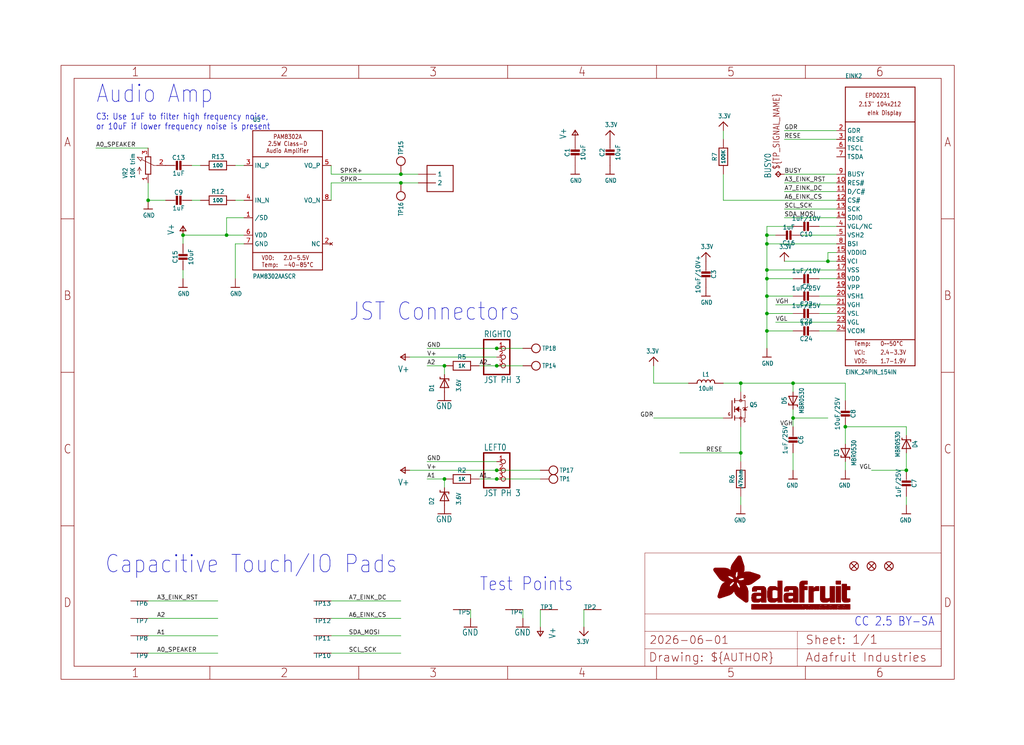
<source format=kicad_sch>
(kicad_sch (version 20230121) (generator eeschema)
  (paper "User" 298.45 217.322)
  (lib_symbols
    (symbol "working-eagle-import:3.3V" (power)
      (property "Value" "3.3V" (at -1.524 1.016 0))
      (symbol "3.3V_1_0"
        (pin power_in line (at 0 -2.54 90) (length 2.54) (name "3.3V") (number "1"))
      )
    )
    (symbol "working-eagle-import:AUDIOAMP_PAM8302A"
      (property "Reference" "U" (at -10.16 22.86 0))
      (symbol "AUDIOAMP_PAM8302A_1_0"
        (text "2.0-5.5V\n-40-85°C" (at -1.27 -17.78 0) (effects (font (size 1.27 1.0795)) (justify left)))
        (text "PAM8302A\n2.5W Class-D\nAudio Amplifier" (at 0 16.51 0) (effects (font (size 1.27 1.0795))))
        (text "VDD:\nTemp:" (at -7.62 -17.78 0) (effects (font (size 1.27 1.0795)) (justify left)))
        (pin input line (at -12.7 -5.08 0) (length 2.54) (name "/SD") (number "1"))
        (pin no_connect line (at 12.7 -12.7 180) (length 2.54) (name "NC") (number "2"))
        (pin input line (at -12.7 10.16 0) (length 2.54) (name "IN_P") (number "3"))
        (pin input line (at -12.7 0 0) (length 2.54) (name "IN_N") (number "4"))
        (pin output line (at 12.7 10.16 180) (length 2.54) (name "VO_P") (number "5"))
        (pin power_in line (at -12.7 -10.16 0) (length 2.54) (name "VDD") (number "6"))
        (pin power_in line (at -12.7 -12.7 0) (length 2.54) (name "GND") (number "7"))
        (pin output line (at 12.7 0 180) (length 2.54) (name "VO_N") (number "8"))
      )
    )
    (symbol "working-eagle-import:CAP_CERAMIC0805-NOOUTLINE"
      (property "Reference" "C" (at -2.29 1.25 90))
      (symbol "CAP_CERAMIC0805-NOOUTLINE_1_0"
        (pin passive line (at 0 5.08 270) (length 2.54) (name "1") (number "1"))
        (pin passive line (at 0 -2.54 90) (length 2.54) (name "2") (number "2"))
      )
    )
    (symbol "working-eagle-import:CON_JST_PH_3PIN"
      (property "Reference" "X" (at -6.35 5.715 0))
      (symbol "CON_JST_PH_3PIN_1_0"
        (pin passive inverted (at -2.54 2.54 0) (length 2.54) (name "1") (number "1"))
        (pin passive inverted (at -2.54 0 0) (length 2.54) (name "2") (number "2"))
        (pin passive inverted (at -2.54 -2.54 0) (length 2.54) (name "3") (number "3"))
      )
    )
    (symbol "working-eagle-import:CON_MOLEX_2P"
      (symbol "CON_MOLEX_2P_1_0"
        (pin passive line (at -5.08 2.54 0) (length 5.08) (name "1") (number "1"))
        (pin passive line (at -5.08 0 0) (length 5.08) (name "2") (number "2"))
      )
      (symbol "CON_MOLEX_2P_2_0"
        (pin bidirectional line (at 0 0 0) (length 5.08) (name "MT") (number "M1"))
      )
      (symbol "CON_MOLEX_2P_3_0"
        (pin bidirectional line (at 0 0 0) (length 5.08) (name "MT") (number "M2"))
      )
    )
    (symbol "working-eagle-import:DIODE-SCHOTTKYSOD-123"
      (property "Reference" "D" (at 0 2.54 0))
      (symbol "DIODE-SCHOTTKYSOD-123_1_0"
        (pin passive line (at -2.54 0 0) (length 2.54) (name "A") (number "A"))
        (pin passive line (at 2.54 0 180) (length 2.54) (name "C") (number "C"))
      )
    )
    (symbol "working-eagle-import:DIODE-ZENERSOD323"
      (property "Reference" "D" (at -2.54 3.0226 0))
      (symbol "DIODE-ZENERSOD323_1_0"
        (pin passive line (at -2.54 0 0) (length 2.54) (name "A") (number "A"))
        (pin passive line (at 2.54 0 180) (length 2.54) (name "C") (number "C"))
      )
    )
    (symbol "working-eagle-import:EINK_24PIN_154IN"
      (property "Reference" "EINK" (at -10.16 43.18 0))
      (symbol "EINK_24PIN_154IN_1_0"
        (text "0~~50°C" (at 0 -34.925 0) (effects (font (size 1.27 1.0795)) (justify left bottom)))
        (text "1.7-1.9V" (at 0 -40.005 0) (effects (font (size 1.27 1.0795)) (justify left bottom)))
        (text "2.13\" 104x212" (at -6.35 34.925 0) (effects (font (size 1.27 1.0795)) (justify left bottom)))
        (text "2.4-3.3V" (at 0 -37.465 0) (effects (font (size 1.27 1.0795)) (justify left bottom)))
        (text "eInk Display" (at -3.81 32.385 0) (effects (font (size 1.27 1.0795)) (justify left bottom)))
        (text "EPD0231" (at -4.445 37.465 0) (effects (font (size 1.27 1.0795)) (justify left bottom)))
        (text "Temp:" (at -7.62 -34.925 0) (effects (font (size 1.27 1.0795)) (justify left bottom)))
        (text "VCI:" (at -7.62 -37.465 0) (effects (font (size 1.27 1.0795)) (justify left bottom)))
        (text "VDD:" (at -7.62 -40.005 0) (effects (font (size 1.27 1.0795)) (justify left bottom)))
        (pin input line (at -12.7 12.7 0) (length 2.54) (name "RES#") (number "10"))
        (pin input line (at -12.7 10.16 0) (length 2.54) (name "D/C#") (number "11"))
        (pin input line (at -12.7 7.62 0) (length 2.54) (name "CS#") (number "12"))
        (pin bidirectional line (at -12.7 5.08 0) (length 2.54) (name "SCK") (number "13"))
        (pin bidirectional line (at -12.7 2.54 0) (length 2.54) (name "SDIO") (number "14"))
        (pin power_in line (at -12.7 -7.62 0) (length 2.54) (name "VDDIO") (number "15"))
        (pin power_in line (at -12.7 -10.16 0) (length 2.54) (name "VCI") (number "16"))
        (pin power_in line (at -12.7 -12.7 0) (length 2.54) (name "VSS") (number "17"))
        (pin passive line (at -12.7 -15.24 0) (length 2.54) (name "VDD") (number "18"))
        (pin passive line (at -12.7 -17.78 0) (length 2.54) (name "VPP") (number "19"))
        (pin output line (at -12.7 27.94 0) (length 2.54) (name "GDR") (number "2"))
        (pin passive line (at -12.7 -20.32 0) (length 2.54) (name "VSH1") (number "20"))
        (pin passive line (at -12.7 -22.86 0) (length 2.54) (name "VGH") (number "21"))
        (pin passive line (at -12.7 -25.4 0) (length 2.54) (name "VSL") (number "22"))
        (pin passive line (at -12.7 -27.94 0) (length 2.54) (name "VGL") (number "23"))
        (pin passive line (at -12.7 -30.48 0) (length 2.54) (name "VCOM") (number "24"))
        (pin input line (at -12.7 25.4 0) (length 2.54) (name "RESE") (number "3"))
        (pin bidirectional line (at -12.7 0 0) (length 2.54) (name "VGL/NC") (number "4"))
        (pin passive line (at -12.7 -2.54 0) (length 2.54) (name "VSH2") (number "5"))
        (pin output line (at -12.7 22.86 0) (length 2.54) (name "TSCL") (number "6"))
        (pin bidirectional line (at -12.7 20.32 0) (length 2.54) (name "TSDA") (number "7"))
        (pin input line (at -12.7 -5.08 0) (length 2.54) (name "BSI") (number "8"))
        (pin output line (at -12.7 15.24 0) (length 2.54) (name "BUSY") (number "9"))
      )
    )
    (symbol "working-eagle-import:FIDUCIAL_1MM")
    (symbol "working-eagle-import:FRAME_A4_ADAFRUIT"
      (symbol "FRAME_A4_ADAFRUIT_1_0"
        (text "${#}/${##}" (at 230.505 10.16 0) (effects (font (size 2.54 2.54)) (justify left bottom)))
        (text "${AUTHOR}" (at 189.23 5.08 0) (effects (font (size 2.286 2.286)) (justify left bottom)))
        (text "${CURRENT_DATE}" (at 171.45 10.16 0) (effects (font (size 2.286 2.286)) (justify left bottom)))
        (text "${PROJECTNAME}" (at 171.45 15.24 0) (effects (font (size 2.54 2.54)) (justify left bottom)))
        (text "1" (at 21.6958 1.905 0) (effects (font (size 2.54 2.286))))
        (text "1" (at 21.6958 177.165 0) (effects (font (size 2.54 2.286))))
        (text "2" (at 65.0875 1.905 0) (effects (font (size 2.54 2.286))))
        (text "2" (at 65.0875 177.165 0) (effects (font (size 2.54 2.286))))
        (text "3" (at 108.4792 1.905 0) (effects (font (size 2.54 2.286))))
        (text "3" (at 108.4792 177.165 0) (effects (font (size 2.54 2.286))))
        (text "4" (at 151.8708 1.905 0) (effects (font (size 2.54 2.286))))
        (text "4" (at 151.8708 177.165 0) (effects (font (size 2.54 2.286))))
        (text "5" (at 195.2625 1.905 0) (effects (font (size 2.54 2.286))))
        (text "5" (at 195.2625 177.165 0) (effects (font (size 2.54 2.286))))
        (text "6" (at 238.6542 1.905 0) (effects (font (size 2.54 2.286))))
        (text "6" (at 238.6542 177.165 0) (effects (font (size 2.54 2.286))))
        (text "A" (at 1.905 156.6863 0) (effects (font (size 2.54 2.286))))
        (text "A" (at 258.445 156.6863 0) (effects (font (size 2.54 2.286))))
        (text "Adafruit Industries" (at 216.916 4.953 0) (effects (font (size 2.54 2.54)) (justify left bottom)))
        (text "B" (at 1.905 111.9188 0) (effects (font (size 2.54 2.286))))
        (text "B" (at 258.445 111.9188 0) (effects (font (size 2.54 2.286))))
        (text "C" (at 1.905 67.1513 0) (effects (font (size 2.54 2.286))))
        (text "C" (at 258.445 67.1513 0) (effects (font (size 2.54 2.286))))
        (text "D" (at 1.905 22.3838 0) (effects (font (size 2.54 2.286))))
        (text "D" (at 258.445 22.3838 0) (effects (font (size 2.54 2.286))))
        (text "Drawing:" (at 171.196 4.953 0) (effects (font (size 2.54 2.54)) (justify left bottom)))
        (text "Sheet:" (at 216.916 10.033 0) (effects (font (size 2.54 2.54)) (justify left bottom)))
      )
    )
    (symbol "working-eagle-import:GND" (power)
      (property "Value" "GND" (at -2.54 -2.54 0))
      (symbol "GND_1_0"
        (pin power_in line (at 0 2.54 270) (length 2.54) (name "GND") (number "1"))
      )
    )
    (symbol "working-eagle-import:INDUCTORNR401"
      (property "Reference" "L" (at 0 2.54 0))
      (symbol "INDUCTORNR401_1_0"
        (pin passive line (at -5.08 0 0) (length 2.54) (name "1") (number "P$1"))
        (pin passive line (at 5.08 0 180) (length 2.54) (name "2") (number "P$2"))
      )
    )
    (symbol "working-eagle-import:IRLML2060TRPBF"
      (property "Reference" "Q" (at 5.08 0.635 0))
      (symbol "IRLML2060TRPBF_1_0"
        (text "D" (at 3.175 3.175 0) (effects (font (size 0.8128 0.6908)) (justify left bottom)))
        (text "G" (at -1.27 -1.905 0) (effects (font (size 0.8128 0.6908)) (justify left bottom)))
        (text "S" (at 3.175 -3.81 0) (effects (font (size 0.8128 0.6908)) (justify left bottom)))
        (pin bidirectional line (at -2.54 -2.54 0) (length 2.54) (name "G") (number "1"))
        (pin bidirectional line (at 2.54 -5.08 90) (length 2.54) (name "S") (number "2"))
        (pin bidirectional line (at 2.54 5.08 270) (length 2.54) (name "D") (number "3"))
      )
    )
    (symbol "working-eagle-import:RESISTOR0805_10MGAP"
      (property "Reference" "R" (at 0 2.54 0))
      (symbol "RESISTOR0805_10MGAP_1_0"
        (pin passive line (at -5.08 0 0) (length 2.54) (name "1") (number "1"))
        (pin passive line (at 5.08 0 180) (length 2.54) (name "2") (number "2"))
      )
    )
    (symbol "working-eagle-import:RESISTOR_0603_NOOUT"
      (property "Reference" "R" (at 0 2.54 0))
      (symbol "RESISTOR_0603_NOOUT_1_0"
        (pin passive line (at -5.08 0 0) (length 2.54) (name "1") (number "1"))
        (pin passive line (at 5.08 0 180) (length 2.54) (name "2") (number "2"))
      )
    )
    (symbol "working-eagle-import:SEWTAP_SMTNUTM3"
      (property "Reference" "TP" (at 0 0 0))
      (symbol "SEWTAP_SMTNUTM3_1_0"
        (pin bidirectional line (at 0 0 0) (length 5.08) (name "SEW") (number "P$1"))
      )
    )
    (symbol "working-eagle-import:TESTPOINTROUND1.5MMNO"
      (property "Reference" "TP" (at 0 5.588 90))
      (symbol "TESTPOINTROUND1.5MMNO_1_0"
        (pin bidirectional line (at 0 0 90) (length 2.54) (name "P$1") (number "P$1"))
      )
    )
    (symbol "working-eagle-import:TPTP15SQ"
      (property "Reference" "TP" (at -1.27 1.27 0))
      (symbol "TPTP15SQ_1_0"
        (text "${TP_SIGNAL_NAME}" (at 1.27 -1.27 0) (effects (font (size 1.778 1.5113)) (justify left bottom)))
        (pin input line (at 0 -2.54 90) (length 2.54) (name "TP") (number "TP"))
      )
    )
    (symbol "working-eagle-import:TRIMPOT3303W/X"
      (property "Reference" "VR" (at -5.969 -3.81 90))
      (symbol "TRIMPOT3303W/X_1_0"
        (pin passive line (at 0 -5.08 90) (length 2.54) (name "A") (number "1"))
        (pin passive line (at 5.08 0 180) (length 2.54) (name "S") (number "2"))
        (pin passive line (at 0 5.08 270) (length 2.54) (name "E") (number "3"))
      )
    )
    (symbol "working-eagle-import:V+" (power)
      (property "Value" "V+" (at -2.54 -2.54 90))
      (symbol "V+_1_0"
        (pin power_in line (at 0 -2.54 90) (length 2.54) (name "V+") (number "1"))
      )
    )
    (symbol "working-eagle-import:microbuilder_GND" (power)
      (property "Value" "microbuilder_GND" (at -1.524 -2.54 0))
      (symbol "microbuilder_GND_1_0"
        (pin power_in line (at 0 2.54 270) (length 2.54) (name "GND") (number "1"))
      )
    )
  )
  (junction (at 223.52 86.36))
  (junction (at 223.52 96.52))
  (junction (at 116.84 50.8))
  (junction (at 223.52 91.44))
  (junction (at 215.9 111.76))
  (junction (at 53.34 68.58))
  (junction (at 43.18 58.42))
  (junction (at 231.14 111.76))
  (junction (at 223.52 78.74))
  (junction (at 223.52 71.12))
  (junction (at 215.9 132.08))
  (junction (at 144.78 101.6))
  (junction (at 231.14 121.92))
  (junction (at 246.38 124.46))
  (junction (at 116.84 53.34))
  (junction (at 144.78 106.68))
  (junction (at 241.3 76.2))
  (junction (at 264.16 137.16))
  (junction (at 129.54 106.68))
  (junction (at 144.78 137.16))
  (junction (at 223.52 68.58))
  (junction (at 144.78 139.7))
  (junction (at 223.52 81.28))
  (junction (at 66.04 68.58))
  (junction (at 129.54 139.7))
  (wire (pts (xy 228.6 60.96) (xy 243.84 60.96)) (stroke (width 0.1524)))
  (wire (pts (xy 231.14 96.52) (xy 223.52 96.52)) (stroke (width 0.1524)))
  (wire (pts (xy 241.3 76.2) (xy 243.84 76.2)) (stroke (width 0.1524)))
  (wire (pts (xy 190.5 121.92) (xy 210.82 121.92)) (stroke (width 0.1524)))
  (wire (pts (xy 121.92 53.34) (xy 116.84 53.34)) (stroke (width 0.1524)))
  (wire (pts (xy 71.12 58.42) (xy 68.58 58.42)) (stroke (width 0.1524)))
  (wire (pts (xy 246.38 129.54) (xy 246.38 124.46)) (stroke (width 0.1524)))
  (wire (pts (xy 243.84 78.74) (xy 223.52 78.74)) (stroke (width 0.1524)))
  (wire (pts (xy 210.82 50.8) (xy 210.82 58.42)) (stroke (width 0.1524)))
  (wire (pts (xy 264.16 127) (xy 264.16 124.46)) (stroke (width 0.1524)))
  (wire (pts (xy 223.52 71.12) (xy 223.52 68.58)) (stroke (width 0.1524)))
  (wire (pts (xy 119.38 137.16) (xy 144.78 137.16)) (stroke (width 0.1524)))
  (wire (pts (xy 71.12 63.5) (xy 66.04 63.5)) (stroke (width 0.1524)))
  (wire (pts (xy 71.12 48.26) (xy 68.58 48.26)) (stroke (width 0.1524)))
  (wire (pts (xy 58.42 58.42) (xy 55.88 58.42)) (stroke (width 0.1524)))
  (wire (pts (xy 231.14 66.04) (xy 223.52 66.04)) (stroke (width 0.1524)))
  (wire (pts (xy 53.34 68.58) (xy 53.34 71.12)) (stroke (width 0.1524)))
  (wire (pts (xy 231.14 132.08) (xy 231.14 137.16)) (stroke (width 0.1524)))
  (wire (pts (xy 119.38 104.14) (xy 144.78 104.14)) (stroke (width 0.1524)))
  (wire (pts (xy 121.92 50.8) (xy 116.84 50.8)) (stroke (width 0.1524)))
  (wire (pts (xy 152.4 180.34) (xy 152.4 177.8)) (stroke (width 0.1524)))
  (wire (pts (xy 223.52 68.58) (xy 226.06 68.58)) (stroke (width 0.1524)))
  (wire (pts (xy 116.84 190.5) (xy 96.52 190.5)) (stroke (width 0.1524)))
  (wire (pts (xy 170.18 182.88) (xy 170.18 177.8)) (stroke (width 0.1524)))
  (wire (pts (xy 96.52 53.34) (xy 116.84 53.34)) (stroke (width 0.1524)))
  (wire (pts (xy 96.52 175.26) (xy 116.84 175.26)) (stroke (width 0.1524)))
  (wire (pts (xy 96.52 50.8) (xy 96.52 48.26)) (stroke (width 0.1524)))
  (wire (pts (xy 231.14 81.28) (xy 223.52 81.28)) (stroke (width 0.1524)))
  (wire (pts (xy 157.48 177.8) (xy 157.48 182.88)) (stroke (width 0.1524)))
  (wire (pts (xy 215.9 147.32) (xy 215.9 144.78)) (stroke (width 0.1524)))
  (wire (pts (xy 43.18 180.34) (xy 63.5 180.34)) (stroke (width 0.1524)))
  (wire (pts (xy 223.52 91.44) (xy 223.52 86.36)) (stroke (width 0.1524)))
  (wire (pts (xy 43.18 175.26) (xy 63.5 175.26)) (stroke (width 0.1524)))
  (wire (pts (xy 43.18 58.42) (xy 43.18 53.34)) (stroke (width 0.1524)))
  (wire (pts (xy 96.52 50.8) (xy 116.84 50.8)) (stroke (width 0.1524)))
  (wire (pts (xy 243.84 81.28) (xy 238.76 81.28)) (stroke (width 0.1524)))
  (wire (pts (xy 223.52 78.74) (xy 223.52 71.12)) (stroke (width 0.1524)))
  (wire (pts (xy 241.3 76.2) (xy 228.6 76.2)) (stroke (width 0.1524)))
  (wire (pts (xy 228.6 53.34) (xy 243.84 53.34)) (stroke (width 0.1524)))
  (wire (pts (xy 144.78 137.16) (xy 157.48 137.16)) (stroke (width 0.1524)))
  (wire (pts (xy 152.4 101.6) (xy 144.78 101.6)) (stroke (width 0.1524)))
  (wire (pts (xy 238.76 96.52) (xy 243.84 96.52)) (stroke (width 0.1524)))
  (wire (pts (xy 71.12 71.12) (xy 68.58 71.12)) (stroke (width 0.1524)))
  (wire (pts (xy 27.94 43.18) (xy 43.18 43.18)) (stroke (width 0.1524)))
  (wire (pts (xy 215.9 124.46) (xy 215.9 132.08)) (stroke (width 0.1524)))
  (wire (pts (xy 63.5 185.42) (xy 43.18 185.42)) (stroke (width 0.1524)))
  (wire (pts (xy 243.84 50.8) (xy 228.6 50.8)) (stroke (width 0.1524)))
  (wire (pts (xy 96.52 180.34) (xy 116.84 180.34)) (stroke (width 0.1524)))
  (wire (pts (xy 243.84 63.5) (xy 228.6 63.5)) (stroke (width 0.1524)))
  (wire (pts (xy 215.9 114.3) (xy 215.9 111.76)) (stroke (width 0.1524)))
  (wire (pts (xy 223.52 96.52) (xy 223.52 91.44)) (stroke (width 0.1524)))
  (wire (pts (xy 243.84 58.42) (xy 210.82 58.42)) (stroke (width 0.1524)))
  (wire (pts (xy 215.9 111.76) (xy 231.14 111.76)) (stroke (width 0.1524)))
  (wire (pts (xy 243.84 38.1) (xy 228.6 38.1)) (stroke (width 0.1524)))
  (wire (pts (xy 243.84 73.66) (xy 241.3 73.66)) (stroke (width 0.1524)))
  (wire (pts (xy 246.38 134.62) (xy 246.38 137.16)) (stroke (width 0.1524)))
  (wire (pts (xy 243.84 68.58) (xy 233.68 68.58)) (stroke (width 0.1524)))
  (wire (pts (xy 144.78 101.6) (xy 124.46 101.6)) (stroke (width 0.1524)))
  (wire (pts (xy 231.14 111.76) (xy 246.38 111.76)) (stroke (width 0.1524)))
  (wire (pts (xy 241.3 121.92) (xy 231.14 121.92)) (stroke (width 0.1524)))
  (wire (pts (xy 231.14 119.38) (xy 231.14 121.92)) (stroke (width 0.1524)))
  (wire (pts (xy 68.58 71.12) (xy 68.58 81.28)) (stroke (width 0.1524)))
  (wire (pts (xy 241.3 73.66) (xy 241.3 76.2)) (stroke (width 0.1524)))
  (wire (pts (xy 116.84 185.42) (xy 96.52 185.42)) (stroke (width 0.1524)))
  (wire (pts (xy 144.78 134.62) (xy 124.46 134.62)) (stroke (width 0.1524)))
  (wire (pts (xy 231.14 111.76) (xy 231.14 114.3)) (stroke (width 0.1524)))
  (wire (pts (xy 243.84 88.9) (xy 226.06 88.9)) (stroke (width 0.1524)))
  (wire (pts (xy 190.5 111.76) (xy 200.66 111.76)) (stroke (width 0.1524)))
  (wire (pts (xy 144.78 139.7) (xy 157.48 139.7)) (stroke (width 0.1524)))
  (wire (pts (xy 223.52 101.6) (xy 223.52 96.52)) (stroke (width 0.1524)))
  (wire (pts (xy 223.52 81.28) (xy 223.52 78.74)) (stroke (width 0.1524)))
  (wire (pts (xy 210.82 38.1) (xy 210.82 40.64)) (stroke (width 0.1524)))
  (wire (pts (xy 243.84 93.98) (xy 226.06 93.98)) (stroke (width 0.1524)))
  (wire (pts (xy 71.12 68.58) (xy 66.04 68.58)) (stroke (width 0.1524)))
  (wire (pts (xy 231.14 91.44) (xy 223.52 91.44)) (stroke (width 0.1524)))
  (wire (pts (xy 129.54 106.68) (xy 124.46 106.68)) (stroke (width 0.1524)))
  (wire (pts (xy 190.5 106.68) (xy 190.5 111.76)) (stroke (width 0.1524)))
  (wire (pts (xy 254 137.16) (xy 264.16 137.16)) (stroke (width 0.1524)))
  (wire (pts (xy 96.52 53.34) (xy 96.52 58.42)) (stroke (width 0.1524)))
  (wire (pts (xy 137.16 180.34) (xy 137.16 177.8)) (stroke (width 0.1524)))
  (wire (pts (xy 144.78 139.7) (xy 139.7 139.7)) (stroke (width 0.1524)))
  (wire (pts (xy 66.04 63.5) (xy 66.04 68.58)) (stroke (width 0.1524)))
  (wire (pts (xy 243.84 66.04) (xy 238.76 66.04)) (stroke (width 0.1524)))
  (wire (pts (xy 243.84 55.88) (xy 228.6 55.88)) (stroke (width 0.1524)))
  (wire (pts (xy 129.54 106.68) (xy 129.54 109.22)) (stroke (width 0.1524)))
  (wire (pts (xy 231.14 124.46) (xy 231.14 121.92)) (stroke (width 0.1524)))
  (wire (pts (xy 231.14 86.36) (xy 223.52 86.36)) (stroke (width 0.1524)))
  (wire (pts (xy 129.54 139.7) (xy 129.54 142.24)) (stroke (width 0.1524)))
  (wire (pts (xy 53.34 78.74) (xy 53.34 81.28)) (stroke (width 0.1524)))
  (wire (pts (xy 238.76 91.44) (xy 243.84 91.44)) (stroke (width 0.1524)))
  (wire (pts (xy 264.16 137.16) (xy 264.16 132.08)) (stroke (width 0.1524)))
  (wire (pts (xy 215.9 111.76) (xy 210.82 111.76)) (stroke (width 0.1524)))
  (wire (pts (xy 66.04 68.58) (xy 53.34 68.58)) (stroke (width 0.1524)))
  (wire (pts (xy 129.54 139.7) (xy 124.46 139.7)) (stroke (width 0.1524)))
  (wire (pts (xy 223.52 66.04) (xy 223.52 68.58)) (stroke (width 0.1524)))
  (wire (pts (xy 63.5 190.5) (xy 43.18 190.5)) (stroke (width 0.1524)))
  (wire (pts (xy 246.38 111.76) (xy 246.38 116.84)) (stroke (width 0.1524)))
  (wire (pts (xy 144.78 106.68) (xy 139.7 106.68)) (stroke (width 0.1524)))
  (wire (pts (xy 243.84 71.12) (xy 223.52 71.12)) (stroke (width 0.1524)))
  (wire (pts (xy 228.6 40.64) (xy 243.84 40.64)) (stroke (width 0.1524)))
  (wire (pts (xy 264.16 124.46) (xy 246.38 124.46)) (stroke (width 0.1524)))
  (wire (pts (xy 215.9 134.62) (xy 215.9 132.08)) (stroke (width 0.1524)))
  (wire (pts (xy 238.76 86.36) (xy 243.84 86.36)) (stroke (width 0.1524)))
  (wire (pts (xy 48.26 58.42) (xy 43.18 58.42)) (stroke (width 0.1524)))
  (wire (pts (xy 215.9 132.08) (xy 198.12 132.08)) (stroke (width 0.1524)))
  (wire (pts (xy 223.52 86.36) (xy 223.52 81.28)) (stroke (width 0.1524)))
  (wire (pts (xy 264.16 147.32) (xy 264.16 144.78)) (stroke (width 0.1524)))
  (wire (pts (xy 144.78 106.68) (xy 152.4 106.68)) (stroke (width 0.1524)))
  (wire (pts (xy 55.88 48.26) (xy 58.42 48.26)) (stroke (width 0.1524)))
  (text "Audio Amp" (at 27.94 30.48 0) (effects (font (size 5.08 4.318)) (justify left bottom)))
  (text "Capacitive Touch/IO Pads" (at 30.48 167.64 0) (effects (font (size 5.08 4.318)) (justify left bottom)))
  (text "CC 2.5 BY-SA" (at 248.92 182.88 0) (effects (font (size 2.54 2.159)) (justify left bottom)))
  (text "Test Points" (at 139.7 172.72 0) (effects (font (size 3.81 3.2385)) (justify left bottom)))
  (text "JST Connectors" (at 101.6 93.98 0) (effects (font (size 5.08 4.318)) (justify left bottom)))
  (text "C3: Use 1uF to filter high frequency noise,\nor 10uF if lower frequency noise is present" (at 27.94 38.1 0) (effects (font (size 1.778 1.5113)) (justify left bottom)))
  (label "RESE" (at 228.6 40.64 0) (effects (font (size 1.2446 1.2446))))
  (label "A2_" (at 139.7 106.68 0) (effects (font (size 1.2446 1.2446))))
  (label "A3_EINK_RST" (at 45.72 175.26 0) (effects (font (size 1.2446 1.2446))))
  (label "SDA_MOSI" (at 101.6 185.42 0) (effects (font (size 1.2446 1.2446))))
  (label "V+" (at 124.46 104.14 0) (effects (font (size 1.2446 1.2446))))
  (label "VGL" (at 226.06 93.98 0) (effects (font (size 1.2446 1.2446))))
  (label "A1" (at 124.46 139.7 0) (effects (font (size 1.2446 1.2446))))
  (label "RESE" (at 205.74 132.08 0) (effects (font (size 1.2446 1.2446))))
  (label "SCL_SCK" (at 228.6 60.96 0) (effects (font (size 1.2446 1.2446))))
  (label "SPKR-" (at 99.06 53.34 0) (effects (font (size 1.2446 1.2446))))
  (label "GDR" (at 228.6 38.1 0) (effects (font (size 1.2446 1.2446))))
  (label "V+" (at 124.46 137.16 0) (effects (font (size 1.2446 1.2446))))
  (label "A7_EINK_DC" (at 228.6 55.88 0) (effects (font (size 1.2446 1.2446))))
  (label "A3_EINK_RST" (at 228.6 53.34 0) (effects (font (size 1.2446 1.2446))))
  (label "A7_EINK_DC" (at 101.6 175.26 0) (effects (font (size 1.2446 1.2446))))
  (label "GND" (at 124.46 101.6 0) (effects (font (size 1.2446 1.2446))))
  (label "A2" (at 124.46 106.68 0) (effects (font (size 1.2446 1.2446))))
  (label "GND" (at 124.46 134.62 0) (effects (font (size 1.2446 1.2446))))
  (label "GDR" (at 190.5 121.92 180) (effects (font (size 1.2446 1.2446))))
  (label "SPKR+" (at 99.06 50.8 0) (effects (font (size 1.2446 1.2446))))
  (label "VGH" (at 226.06 88.9 0) (effects (font (size 1.2446 1.2446))))
  (label "A6_EINK_CS" (at 228.6 58.42 0) (effects (font (size 1.2446 1.2446))))
  (label "SDA_MOSI" (at 228.6 63.5 0) (effects (font (size 1.2446 1.2446))))
  (label "A0_SPEAKER" (at 45.72 190.5 0) (effects (font (size 1.2446 1.2446))))
  (label "A2" (at 45.72 180.34 0) (effects (font (size 1.2446 1.2446))))
  (label "VGH" (at 231.14 124.46 180) (effects (font (size 1.2446 1.2446))))
  (label "VGL" (at 254 137.16 180) (effects (font (size 1.2446 1.2446))))
  (label "SCL_SCK" (at 101.6 190.5 0) (effects (font (size 1.2446 1.2446))))
  (label "A1_" (at 139.7 139.7 0) (effects (font (size 1.2446 1.2446))))
  (label "A1" (at 45.72 185.42 0) (effects (font (size 1.2446 1.2446))))
  (label "BUSY" (at 228.6 50.8 0) (effects (font (size 1.2446 1.2446))))
  (label "A0_SPEAKER" (at 27.94 43.18 0) (effects (font (size 1.2446 1.2446))))
  (label "A6_EINK_CS" (at 101.6 180.34 0) (effects (font (size 1.2446 1.2446))))
  (symbol (lib_id "working-eagle-import:TESTPOINTROUND1.5MMNO") (at 152.4 101.6 270) (unit 1)
    (property "Reference" "TP18" (at 157.988 101.6 90) (effects (font (size 1.27 1.0795)) (justify left)))
    (property "Value" "TESTPOINTROUND1.5MMNO" (effects hide))
    (property "Footprint" "working:TESTPOINT_ROUND_1.5MM_NO" (effects hide))
  )
  (symbol (lib_id "working-eagle-import:CON_JST_PH_3PIN") (at 147.32 137.16 0) (unit 1)
    (property "Reference" "LEFT0" (at 140.97 131.445 0) (effects (font (size 1.778 1.5113)) (justify left bottom)))
    (property "Value" "JST PH 3" (at 140.97 144.78 0) (effects (font (size 1.778 1.5113)) (justify left bottom)))
    (property "Footprint" "working:JSTPH3" (effects hide))
  )
  (symbol (lib_id "working-eagle-import:FRAME_A4_ADAFRUIT") (at 17.78 198.12 0) (unit 1)
    (property "Reference" "#U$19" (effects hide))
    (property "Value" "FRAME_A4_ADAFRUIT" (effects hide))
  )
  (symbol (lib_id "working-eagle-import:FIDUCIAL_1MM") (at 248.92 165.1 0) (unit 1)
    (property "Reference" "U$3" (effects hide))
    (property "Value" "FIDUCIAL_1MM" (effects hide))
    (property "Footprint" "working:FIDUCIAL_1MM" (effects hide))
    (property "BOM" "EXCLUDE" (effects hide))
  )
  (symbol (lib_id "working-eagle-import:TRIMPOT3303W/X") (at 43.18 48.26 0) (unit 1)
    (property "Reference" "VR2" (at 37.211 52.07 90) (effects (font (size 1.27 1.0795)) (justify left bottom)))
    (property "Value" "10K trim" (at 39.37 52.07 90) (effects (font (size 1.27 1.0795)) (justify left bottom)))
    (property "Footprint" "working:TRIMPOT_BOURNS_3303W" (effects hide))
  )
  (symbol (lib_id "working-eagle-import:CAP_CERAMIC0805-NOOUTLINE") (at 236.22 86.36 90) (unit 1)
    (property "Reference" "C22" (at 234.97 88.65 90))
    (property "Value" "1uF/25V" (at 234.97 84.06 90))
    (property "Footprint" "working:0805-NO" (effects hide))
  )
  (symbol (lib_id "working-eagle-import:CAP_CERAMIC0805-NOOUTLINE") (at 50.8 48.26 270) (unit 1)
    (property "Reference" "C13" (at 52.05 45.97 90))
    (property "Value" "1uF" (at 52.05 50.56 90))
    (property "Footprint" "working:0805-NO" (effects hide))
  )
  (symbol (lib_id "working-eagle-import:CAP_CERAMIC0805-NOOUTLINE") (at 231.14 68.58 90) (unit 1)
    (property "Reference" "C16" (at 229.89 70.87 90))
    (property "Value" "1uF" (at 229.89 66.28 90))
    (property "Footprint" "working:0805-NO" (effects hide))
  )
  (symbol (lib_id "working-eagle-import:SEWTAP_SMTNUTM3") (at 43.18 180.34 180) (unit 1)
    (property "Reference" "TP7" (at 43.18 180.34 0) (effects (justify left bottom)))
    (property "Value" "SEWTAP_SMTNUTM3" (effects hide))
    (property "Footprint" "working:SMT_NUT_3MM" (effects hide))
  )
  (symbol (lib_id "working-eagle-import:microbuilder_GND") (at 223.52 104.14 0) (unit 1)
    (property "Reference" "#U$22" (effects hide))
    (property "Value" "GND" (at 221.996 106.68 0) (effects (font (size 1.27 1.0795)) (justify left bottom)))
  )
  (symbol (lib_id "working-eagle-import:FIDUCIAL_1MM") (at 254 165.1 0) (unit 1)
    (property "Reference" "U$2" (effects hide))
    (property "Value" "FIDUCIAL_1MM" (effects hide))
    (property "Footprint" "working:FIDUCIAL_1MM" (effects hide))
  )
  (symbol (lib_id "working-eagle-import:SEWTAP_SMTNUTM3") (at 43.18 185.42 180) (unit 1)
    (property "Reference" "TP8" (at 43.18 185.42 0) (effects (justify left bottom)))
    (property "Value" "SEWTAP_SMTNUTM3" (effects hide))
    (property "Footprint" "working:SMT_NUT_3MM" (effects hide))
  )
  (symbol (lib_id "working-eagle-import:3.3V") (at 177.8 38.1 0) (unit 1)
    (property "Reference" "#U$15" (effects hide))
    (property "Value" "3.3V" (at 176.276 37.084 0) (effects (font (size 1.27 1.0795)) (justify left bottom)))
  )
  (symbol (lib_id "working-eagle-import:SEWTAP_SMTNUTM3") (at 43.18 190.5 180) (unit 1)
    (property "Reference" "TP9" (at 43.18 190.5 0) (effects (justify left bottom)))
    (property "Value" "SEWTAP_SMTNUTM3" (effects hide))
    (property "Footprint" "working:SMT_NUT_3MM" (effects hide))
  )
  (symbol (lib_id "working-eagle-import:RESISTOR_0603_NOOUT") (at 134.62 139.7 0) (mirror y) (unit 1)
    (property "Reference" "R2" (at 134.62 137.16 0))
    (property "Value" "1K" (at 134.62 139.7 0) (effects (font (size 1.016 1.016) bold)))
    (property "Footprint" "working:0603-NO" (effects hide))
  )
  (symbol (lib_id "working-eagle-import:GND") (at 137.16 182.88 0) (unit 1)
    (property "Reference" "#GND21" (effects hide))
    (property "Value" "GND" (at 134.62 185.42 0) (effects (font (size 1.778 1.5113)) (justify left bottom)))
  )
  (symbol (lib_id "working-eagle-import:microbuilder_GND") (at 246.38 139.7 0) (mirror y) (unit 1)
    (property "Reference" "#U$30" (effects hide))
    (property "Value" "GND" (at 247.904 142.24 0) (effects (font (size 1.27 1.0795)) (justify left bottom)))
  )
  (symbol (lib_id "working-eagle-import:SEWTAP_SMTNUTM3") (at 96.52 190.5 180) (unit 1)
    (property "Reference" "TP10" (at 96.52 190.5 0) (effects (justify left bottom)))
    (property "Value" "SEWTAP_SMTNUTM3" (effects hide))
    (property "Footprint" "working:SMT_NUT_3MM" (effects hide))
  )
  (symbol (lib_id "working-eagle-import:CAP_CERAMIC0805-NOOUTLINE") (at 236.22 91.44 90) (unit 1)
    (property "Reference" "C23" (at 234.97 93.73 90))
    (property "Value" "1uF/25V" (at 234.97 89.14 90))
    (property "Footprint" "working:0805-NO" (effects hide))
  )
  (symbol (lib_id "working-eagle-import:CAP_CERAMIC0805-NOOUTLINE") (at 167.64 45.72 0) (unit 1)
    (property "Reference" "C1" (at 165.35 44.47 90))
    (property "Value" "10uF" (at 169.94 44.47 90))
    (property "Footprint" "working:0805-NO" (effects hide))
  )
  (symbol (lib_id "working-eagle-import:microbuilder_GND") (at 167.64 50.8 0) (unit 1)
    (property "Reference" "#U$5" (effects hide))
    (property "Value" "GND" (at 166.116 53.34 0) (effects (font (size 1.27 1.0795)) (justify left bottom)))
  )
  (symbol (lib_id "working-eagle-import:3.3V") (at 210.82 35.56 0) (unit 1)
    (property "Reference" "#U$40" (effects hide))
    (property "Value" "3.3V" (at 209.296 34.544 0) (effects (font (size 1.27 1.0795)) (justify left bottom)))
  )
  (symbol (lib_id "working-eagle-import:CON_JST_PH_3PIN") (at 147.32 104.14 0) (unit 1)
    (property "Reference" "RIGHT0" (at 140.97 98.425 0) (effects (font (size 1.778 1.5113)) (justify left bottom)))
    (property "Value" "JST PH 3" (at 140.97 111.76 0) (effects (font (size 1.778 1.5113)) (justify left bottom)))
    (property "Footprint" "working:JSTPH3" (effects hide))
  )
  (symbol (lib_id "working-eagle-import:CAP_CERAMIC0805-NOOUTLINE") (at 264.16 142.24 0) (mirror y) (unit 1)
    (property "Reference" "C7" (at 266.45 140.99 90))
    (property "Value" "1uF/25V" (at 261.86 140.99 90))
    (property "Footprint" "working:0805-NO" (effects hide))
  )
  (symbol (lib_id "working-eagle-import:SEWTAP_SMTNUTM3") (at 96.52 180.34 180) (unit 1)
    (property "Reference" "TP12" (at 96.52 180.34 0) (effects (justify left bottom)))
    (property "Value" "SEWTAP_SMTNUTM3" (effects hide))
    (property "Footprint" "working:SMT_NUT_3MM" (effects hide))
  )
  (symbol (lib_id "working-eagle-import:microbuilder_GND") (at 43.18 60.96 0) (unit 1)
    (property "Reference" "#U$48" (effects hide))
    (property "Value" "GND" (at 41.656 63.5 0) (effects (font (size 1.27 1.0795)) (justify left bottom)))
  )
  (symbol (lib_id "working-eagle-import:EINK_24PIN_154IN") (at 256.54 66.04 0) (unit 1)
    (property "Reference" "EINK2" (at 246.38 22.86 0) (effects (font (size 1.27 1.0795)) (justify left bottom)))
    (property "Value" "EINK_24PIN_154IN" (at 246.38 109.22 0) (effects (font (size 1.27 1.0795)) (justify left bottom)))
    (property "Footprint" "working:EINK_154IN" (effects hide))
  )
  (symbol (lib_id "working-eagle-import:SEWTAP_SMTNUTM3") (at 157.48 177.8 0) (unit 1)
    (property "Reference" "TP3" (at 157.48 177.8 0) (effects (justify left bottom)))
    (property "Value" "SEWTAP_SMTNUTM3" (effects hide))
    (property "Footprint" "working:SMT_NUT_3MM" (effects hide))
  )
  (symbol (lib_id "working-eagle-import:3.3V") (at 170.18 185.42 180) (unit 1)
    (property "Reference" "#U$41" (effects hide))
    (property "Value" "3.3V" (at 171.704 186.436 0) (effects (font (size 1.27 1.0795)) (justify left bottom)))
  )
  (symbol (lib_id "working-eagle-import:DIODE-SCHOTTKYSOD-123") (at 246.38 132.08 90) (mirror x) (unit 1)
    (property "Reference" "D3" (at 243.84 132.08 0) (effects (font (size 1.27 1.0795))))
    (property "Value" "MBR0530" (at 248.88 132.08 0) (effects (font (size 1.27 1.0795))))
    (property "Footprint" "working:SOD-123" (effects hide))
  )
  (symbol (lib_id "working-eagle-import:SEWTAP_SMTNUTM3") (at 152.4 177.8 180) (unit 1)
    (property "Reference" "TP4" (at 152.4 177.8 0) (effects (justify left bottom)))
    (property "Value" "SEWTAP_SMTNUTM3" (effects hide))
    (property "Footprint" "working:SMT_NUT_3MM" (effects hide))
  )
  (symbol (lib_id "working-eagle-import:microbuilder_GND") (at 68.58 83.82 0) (unit 1)
    (property "Reference" "#U$46" (effects hide))
    (property "Value" "GND" (at 67.056 86.36 0) (effects (font (size 1.27 1.0795)) (justify left bottom)))
  )
  (symbol (lib_id "working-eagle-import:RESISTOR_0603_NOOUT") (at 134.62 106.68 0) (mirror y) (unit 1)
    (property "Reference" "R5" (at 134.62 104.14 0))
    (property "Value" "1K" (at 134.62 106.68 0) (effects (font (size 1.016 1.016) bold)))
    (property "Footprint" "working:0603-NO" (effects hide))
  )
  (symbol (lib_id "working-eagle-import:RESISTOR0805_10MGAP") (at 215.9 139.7 90) (mirror x) (unit 1)
    (property "Reference" "R6" (at 213.36 139.7 0))
    (property "Value" ".47ohm" (at 215.9 139.7 0) (effects (font (size 1.016 1.016) bold)))
    (property "Footprint" "working:0805_10MGAP" (effects hide))
  )
  (symbol (lib_id "working-eagle-import:V+") (at 157.48 185.42 180) (unit 1)
    (property "Reference" "#P+4" (effects hide))
    (property "Value" "V+" (at 160.02 182.88 90) (effects (font (size 1.778 1.5113)) (justify left bottom)))
  )
  (symbol (lib_id "working-eagle-import:TESTPOINTROUND1.5MMNO") (at 157.48 137.16 270) (unit 1)
    (property "Reference" "TP17" (at 163.068 137.16 90) (effects (font (size 1.27 1.0795)) (justify left)))
    (property "Value" "TESTPOINTROUND1.5MMNO" (effects hide))
    (property "Footprint" "working:TESTPOINT_ROUND_1.5MM_NO" (effects hide))
  )
  (symbol (lib_id "working-eagle-import:V+") (at 116.84 104.14 90) (unit 1)
    (property "Reference" "#P+5" (effects hide))
    (property "Value" "V+" (at 119.38 106.68 90) (effects (font (size 1.778 1.5113)) (justify left bottom)))
  )
  (symbol (lib_id "working-eagle-import:TESTPOINTROUND1.5MMNO") (at 116.84 50.8 0) (unit 1)
    (property "Reference" "TP15" (at 116.84 45.212 90) (effects (font (size 1.27 1.0795)) (justify left)))
    (property "Value" "TESTPOINTROUND1.5MMNO" (effects hide))
    (property "Footprint" "working:TESTPOINT_ROUND_1.5MM_NO" (effects hide))
  )
  (symbol (lib_id "working-eagle-import:microbuilder_GND") (at 264.16 149.86 0) (mirror y) (unit 1)
    (property "Reference" "#U$24" (effects hide))
    (property "Value" "GND" (at 265.684 152.4 0) (effects (font (size 1.27 1.0795)) (justify left bottom)))
  )
  (symbol (lib_id "working-eagle-import:3.3V") (at 205.74 73.66 0) (unit 1)
    (property "Reference" "#U$37" (effects hide))
    (property "Value" "3.3V" (at 204.216 72.644 0) (effects (font (size 1.27 1.0795)) (justify left bottom)))
  )
  (symbol (lib_id "working-eagle-import:TESTPOINTROUND1.5MMNO") (at 152.4 106.68 270) (unit 1)
    (property "Reference" "TP14" (at 157.988 106.68 90) (effects (font (size 1.27 1.0795)) (justify left)))
    (property "Value" "TESTPOINTROUND1.5MMNO" (effects hide))
    (property "Footprint" "working:TESTPOINT_ROUND_1.5MM_NO" (effects hide))
  )
  (symbol (lib_id "working-eagle-import:microbuilder_GND") (at 215.9 149.86 0) (mirror y) (unit 1)
    (property "Reference" "#U$27" (effects hide))
    (property "Value" "GND" (at 217.424 152.4 0) (effects (font (size 1.27 1.0795)) (justify left bottom)))
  )
  (symbol (lib_id "working-eagle-import:SEWTAP_SMTNUTM3") (at 170.18 177.8 0) (unit 1)
    (property "Reference" "TP2" (at 170.18 177.8 0) (effects (justify left bottom)))
    (property "Value" "SEWTAP_SMTNUTM3" (effects hide))
    (property "Footprint" "working:SMT_NUT_3MM" (effects hide))
  )
  (symbol (lib_id "working-eagle-import:RESISTOR_0603_NOOUT") (at 210.82 45.72 90) (unit 1)
    (property "Reference" "R7" (at 208.28 45.72 0))
    (property "Value" "100K" (at 210.82 45.72 0) (effects (font (size 1.016 1.016) bold)))
    (property "Footprint" "working:0603-NO" (effects hide))
  )
  (symbol (lib_id "working-eagle-import:CAP_CERAMIC0805-NOOUTLINE") (at 177.8 45.72 0) (unit 1)
    (property "Reference" "C2" (at 175.51 44.47 90))
    (property "Value" "10uF" (at 180.1 44.47 90))
    (property "Footprint" "working:0805-NO" (effects hide))
  )
  (symbol (lib_id "working-eagle-import:TESTPOINTROUND1.5MMNO") (at 116.84 53.34 180) (unit 1)
    (property "Reference" "TP16" (at 116.84 58.928 90) (effects (font (size 1.27 1.0795)) (justify left)))
    (property "Value" "TESTPOINTROUND1.5MMNO" (effects hide))
    (property "Footprint" "working:TESTPOINT_ROUND_1.5MM_NO" (effects hide))
  )
  (symbol (lib_id "working-eagle-import:V+") (at 53.34 66.04 0) (unit 1)
    (property "Reference" "#P+3" (effects hide))
    (property "Value" "V+" (at 50.8 68.58 90) (effects (font (size 1.778 1.5113)) (justify left bottom)))
  )
  (symbol (lib_id "working-eagle-import:V+") (at 167.64 38.1 0) (unit 1)
    (property "Reference" "#P+6" (effects hide))
    (property "Value" "V+" (at 165.1 40.64 90) (effects (font (size 1.778 1.5113)) (justify left bottom)))
  )
  (symbol (lib_id "working-eagle-import:CAP_CERAMIC0805-NOOUTLINE") (at 50.8 58.42 270) (unit 1)
    (property "Reference" "C9" (at 52.05 56.13 90))
    (property "Value" "1uF" (at 52.05 60.72 90))
    (property "Footprint" "working:0805-NO" (effects hide))
  )
  (symbol (lib_id "working-eagle-import:INDUCTORNR401") (at 205.74 111.76 0) (mirror y) (unit 1)
    (property "Reference" "L1" (at 205.74 109.22 0) (effects (font (size 1.27 1.0795))))
    (property "Value" "10uH" (at 205.74 113.3 0) (effects (font (size 1.27 1.0795))))
    (property "Footprint" "working:INDUCTOR_4X4MM_NR401" (effects hide))
  )
  (symbol (lib_id "working-eagle-import:DIODE-SCHOTTKYSOD-123") (at 231.14 116.84 90) (mirror x) (unit 1)
    (property "Reference" "D5" (at 228.6 116.84 0) (effects (font (size 1.27 1.0795))))
    (property "Value" "MBR0530" (at 233.64 116.84 0) (effects (font (size 1.27 1.0795))))
    (property "Footprint" "working:SOD-123" (effects hide))
  )
  (symbol (lib_id "working-eagle-import:CAP_CERAMIC0805-NOOUTLINE") (at 53.34 76.2 0) (unit 1)
    (property "Reference" "C15" (at 51.05 74.95 90))
    (property "Value" "10uF" (at 55.64 74.95 90))
    (property "Footprint" "working:0805-NO" (effects hide))
  )
  (symbol (lib_id "working-eagle-import:microbuilder_GND") (at 205.74 86.36 0) (unit 1)
    (property "Reference" "#U$38" (effects hide))
    (property "Value" "GND" (at 204.216 88.9 0) (effects (font (size 1.27 1.0795)) (justify left bottom)))
  )
  (symbol (lib_id "working-eagle-import:TPTP15SQ") (at 226.06 50.8 90) (unit 1)
    (property "Reference" "BUSY0" (at 224.79 52.07 0) (effects (font (size 1.778 1.5113)) (justify left bottom)))
    (property "Value" "TPTP15SQ" (effects hide))
    (property "Footprint" "working:TP15SQ" (effects hide))
  )
  (symbol (lib_id "working-eagle-import:CAP_CERAMIC0805-NOOUTLINE") (at 246.38 121.92 0) (mirror y) (unit 1)
    (property "Reference" "C8" (at 248.67 120.67 90))
    (property "Value" "10uF/25V" (at 244.08 120.67 90))
    (property "Footprint" "working:0805-NO" (effects hide))
  )
  (symbol (lib_id "working-eagle-import:CAP_CERAMIC0805-NOOUTLINE") (at 231.14 129.54 0) (mirror y) (unit 1)
    (property "Reference" "C6" (at 233.43 128.29 90))
    (property "Value" "1uF/25V" (at 228.84 128.29 90))
    (property "Footprint" "working:0805-NO" (effects hide))
  )
  (symbol (lib_id "working-eagle-import:microbuilder_GND") (at 177.8 50.8 0) (unit 1)
    (property "Reference" "#U$13" (effects hide))
    (property "Value" "GND" (at 176.276 53.34 0) (effects (font (size 1.27 1.0795)) (justify left bottom)))
  )
  (symbol (lib_id "working-eagle-import:DIODE-ZENERSOD323") (at 129.54 111.76 90) (unit 1)
    (property "Reference" "D1" (at 126.5174 114.3 0) (effects (font (size 1.27 1.0795)) (justify left bottom)))
    (property "Value" "3.6V" (at 134.3914 114.3 0) (effects (font (size 1.27 1.0795)) (justify left bottom)))
    (property "Footprint" "working:SOD-323" (effects hide))
  )
  (symbol (lib_id "working-eagle-import:SEWTAP_SMTNUTM3") (at 137.16 177.8 180) (unit 1)
    (property "Reference" "TP5" (at 137.16 177.8 0) (effects (justify left bottom)))
    (property "Value" "SEWTAP_SMTNUTM3" (effects hide))
    (property "Footprint" "working:SMT_NUT_3MM" (effects hide))
  )
  (symbol (lib_id "working-eagle-import:DIODE-ZENERSOD323") (at 129.54 144.78 90) (unit 1)
    (property "Reference" "D2" (at 126.5174 147.32 0) (effects (font (size 1.27 1.0795)) (justify left bottom)))
    (property "Value" "3.6V" (at 134.3914 147.32 0) (effects (font (size 1.27 1.0795)) (justify left bottom)))
    (property "Footprint" "working:SOD-323" (effects hide))
  )
  (symbol (lib_id "working-eagle-import:microbuilder_GND") (at 231.14 139.7 0) (mirror y) (unit 1)
    (property "Reference" "#U$29" (effects hide))
    (property "Value" "GND" (at 232.664 142.24 0) (effects (font (size 1.27 1.0795)) (justify left bottom)))
  )
  (symbol (lib_id "working-eagle-import:SEWTAP_SMTNUTM3") (at 96.52 185.42 180) (unit 1)
    (property "Reference" "TP11" (at 96.52 185.42 0) (effects (justify left bottom)))
    (property "Value" "SEWTAP_SMTNUTM3" (effects hide))
    (property "Footprint" "working:SMT_NUT_3MM" (effects hide))
  )
  (symbol (lib_id "working-eagle-import:SEWTAP_SMTNUTM3") (at 96.52 175.26 180) (unit 1)
    (property "Reference" "TP13" (at 96.52 175.26 0) (effects (justify left bottom)))
    (property "Value" "SEWTAP_SMTNUTM3" (effects hide))
    (property "Footprint" "working:SMT_NUT_3MM" (effects hide))
  )
  (symbol (lib_id "working-eagle-import:GND") (at 129.54 149.86 0) (unit 1)
    (property "Reference" "#GND1" (effects hide))
    (property "Value" "GND" (at 127 152.4 0) (effects (font (size 1.778 1.5113)) (justify left bottom)))
  )
  (symbol (lib_id "working-eagle-import:GND") (at 152.4 182.88 0) (unit 1)
    (property "Reference" "#GND13" (effects hide))
    (property "Value" "GND" (at 149.86 185.42 0) (effects (font (size 1.778 1.5113)) (justify left bottom)))
  )
  (symbol (lib_id "working-eagle-import:CON_MOLEX_2P") (at 127 53.34 0) (unit 1)
    (property "Reference" "U$1" (effects hide))
    (property "Value" "CON_MOLEX_2P" (effects hide))
    (property "Footprint" "working:53398-0271" (effects hide))
  )
  (symbol (lib_id "working-eagle-import:RESISTOR_0603_NOOUT") (at 63.5 58.42 0) (unit 1)
    (property "Reference" "R12" (at 63.5 55.88 0))
    (property "Value" "100" (at 63.5 58.42 0) (effects (font (size 1.016 1.016) bold)))
    (property "Footprint" "working:0603-NO" (effects hide))
  )
  (symbol (lib_id "working-eagle-import:TESTPOINTROUND1.5MMNO") (at 157.48 139.7 270) (unit 1)
    (property "Reference" "TP1" (at 163.068 139.7 90) (effects (font (size 1.27 1.0795)) (justify left)))
    (property "Value" "TESTPOINTROUND1.5MMNO" (effects hide))
    (property "Footprint" "working:TESTPOINT_ROUND_1.5MM_NO" (effects hide))
  )
  (symbol (lib_id "working-eagle-import:IRLML2060TRPBF") (at 213.36 119.38 0) (unit 1)
    (property "Reference" "Q5" (at 218.44 118.745 0) (effects (font (size 1.27 1.0795)) (justify left bottom)))
    (property "Value" "IRLML2060TRPBF" (effects hide))
    (property "Footprint" "working:SOT23-3" (effects hide))
  )
  (symbol (lib_id "working-eagle-import:SEWTAP_SMTNUTM3") (at 43.18 175.26 180) (unit 1)
    (property "Reference" "TP6" (at 43.18 175.26 0) (effects (justify left bottom)))
    (property "Value" "SEWTAP_SMTNUTM3" (effects hide))
    (property "Footprint" "working:SMT_NUT_3MM" (effects hide))
  )
  (symbol (lib_id "working-eagle-import:3.3V") (at 190.5 104.14 0) (mirror y) (unit 1)
    (property "Reference" "#U$28" (effects hide))
    (property "Value" "3.3V" (at 192.024 103.124 0) (effects (font (size 1.27 1.0795)) (justify left bottom)))
  )
  (symbol (lib_id "working-eagle-import:RESISTOR_0603_NOOUT") (at 63.5 48.26 0) (unit 1)
    (property "Reference" "R13" (at 63.5 45.72 0))
    (property "Value" "100" (at 63.5 48.26 0) (effects (font (size 1.016 1.016) bold)))
    (property "Footprint" "working:0603-NO" (effects hide))
  )
  (symbol (lib_id "working-eagle-import:V+") (at 116.84 137.16 90) (unit 1)
    (property "Reference" "#P+1" (effects hide))
    (property "Value" "V+" (at 119.38 139.7 90) (effects (font (size 1.778 1.5113)) (justify left bottom)))
  )
  (symbol (lib_id "working-eagle-import:CAP_CERAMIC0805-NOOUTLINE") (at 236.22 96.52 90) (unit 1)
    (property "Reference" "C24" (at 234.97 98.81 90))
    (property "Value" "1uF" (at 234.97 94.22 90))
    (property "Footprint" "working:0805-NO" (effects hide))
  )
  (symbol (lib_id "working-eagle-import:FIDUCIAL_1MM") (at 259.08 165.1 0) (unit 1)
    (property "Reference" "U$6" (effects hide))
    (property "Value" "FIDUCIAL_1MM" (effects hide))
    (property "Footprint" "working:FIDUCIAL_1MM" (effects hide))
  )
  (symbol (lib_id "working-eagle-import:microbuilder_GND") (at 53.34 83.82 0) (unit 1)
    (property "Reference" "#U$45" (effects hide))
    (property "Value" "GND" (at 51.816 86.36 0) (effects (font (size 1.27 1.0795)) (justify left bottom)))
  )
  (symbol (lib_id "working-eagle-import:AUDIOAMP_PAM8302A") (at 83.82 58.42 0) (unit 1)
    (property "Reference" "U5" (at 73.66 35.56 0) (effects (font (size 1.27 1.0795)) (justify left bottom)))
    (property "Value" "PAM8302AASCR" (at 73.66 81.28 0) (effects (font (size 1.27 1.0795)) (justify left bottom)))
    (property "Footprint" "working:MSOP8_0.65MM" (effects hide))
  )
  (symbol (lib_id "working-eagle-import:CAP_CERAMIC0805-NOOUTLINE") (at 236.22 81.28 90) (unit 1)
    (property "Reference" "C5" (at 234.97 83.57 90))
    (property "Value" "1uF/10V" (at 234.97 78.98 90))
    (property "Footprint" "working:0805-NO" (effects hide))
  )
  (symbol (lib_id "working-eagle-import:CAP_CERAMIC0805-NOOUTLINE") (at 236.22 66.04 90) (unit 1)
    (property "Reference" "C10" (at 234.97 68.33 90))
    (property "Value" "1uF/10V" (at 234.97 63.74 90))
    (property "Footprint" "working:0805-NO" (effects hide))
  )
  (symbol (lib_id "working-eagle-import:GND") (at 129.54 116.84 0) (unit 1)
    (property "Reference" "#GND17" (effects hide))
    (property "Value" "GND" (at 127 119.38 0) (effects (font (size 1.778 1.5113)) (justify left bottom)))
  )
  (symbol (lib_id "working-eagle-import:CAP_CERAMIC0805-NOOUTLINE") (at 205.74 78.74 180) (unit 1)
    (property "Reference" "C3" (at 208.03 79.99 90))
    (property "Value" "10uF/10V+" (at 203.44 79.99 90))
    (property "Footprint" "working:0805-NO" (effects hide))
  )
  (symbol (lib_id "working-eagle-import:3.3V") (at 228.6 73.66 0) (unit 1)
    (property "Reference" "#U$36" (effects hide))
    (property "Value" "3.3V" (at 227.076 72.644 0) (effects (font (size 1.27 1.0795)) (justify left bottom)))
  )
  (symbol (lib_id "working-eagle-import:DIODE-SCHOTTKYSOD-123") (at 264.16 129.54 270) (mirror x) (unit 1)
    (property "Reference" "D4" (at 266.7 129.54 0) (effects (font (size 1.27 1.0795))))
    (property "Value" "MBR0530" (at 261.66 129.54 0) (effects (font (size 1.27 1.0795))))
    (property "Footprint" "working:SOD-123" (effects hide))
  )
)
</source>
